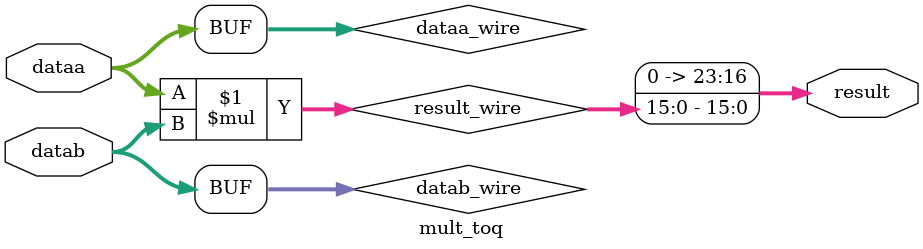
<source format=v>






//synthesis_resources = 
//synopsys translate_off
`timescale 1 ps / 1 ps
//synopsys translate_on
module  mult_toq
	( 
	dataa,
	datab,
	result) /* synthesis synthesis_clearbox=1 */;
	input   [7:0]  dataa;
	input   [7:0]  datab;
	output   [23:0]  result;

	wire [7:0]    dataa_wire;
	wire [7:0]    datab_wire;
	wire [15:0]    result_wire;



	assign dataa_wire = dataa;
	assign datab_wire = datab;
	assign result_wire = dataa_wire * datab_wire;
	assign result = ({1'b0, 1'b0, 1'b0, 1'b0, 1'b0, 1'b0, 1'b0, 1'b0, result_wire[15:0]});

endmodule //mult_toq
//VALID FILE

</source>
